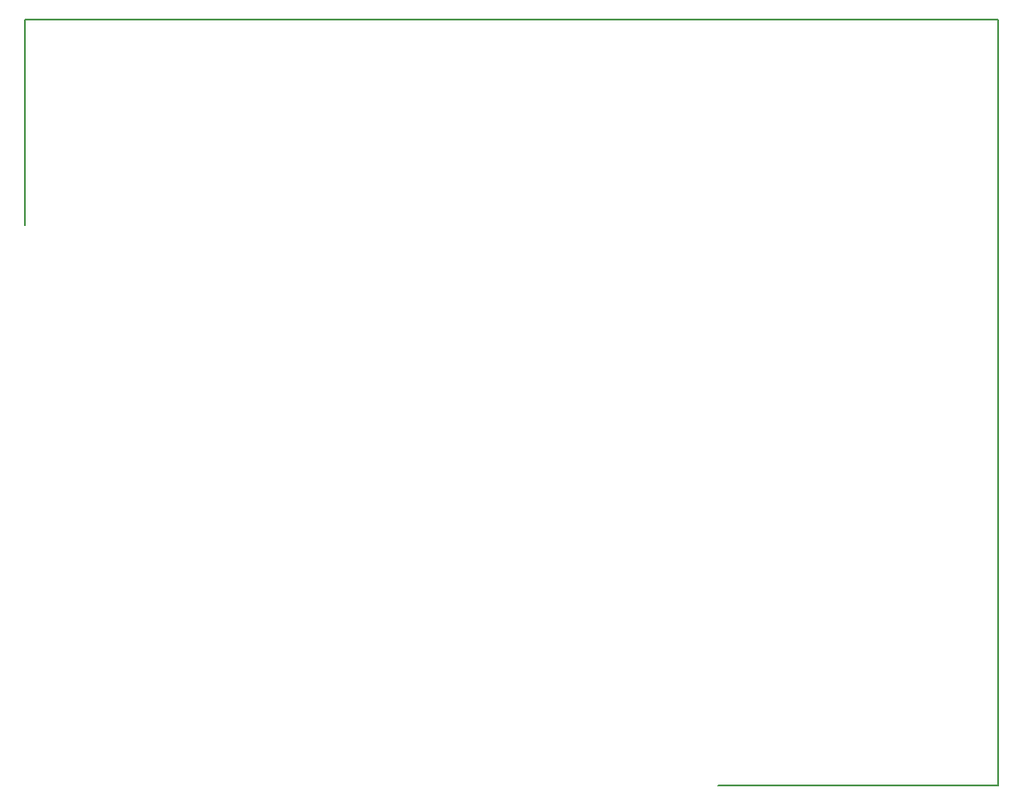
<source format=gko>
G04 Layer_Color=16711935*
%FSLAX25Y25*%
%MOIN*%
G70*
G01*
G75*
%ADD49C,0.00500*%
D49*
X0Y210000D02*
Y287000D01*
X365000D01*
Y10000D02*
Y287000D01*
Y0D02*
Y10000D01*
X260000Y0D02*
X365000D01*
M02*

</source>
